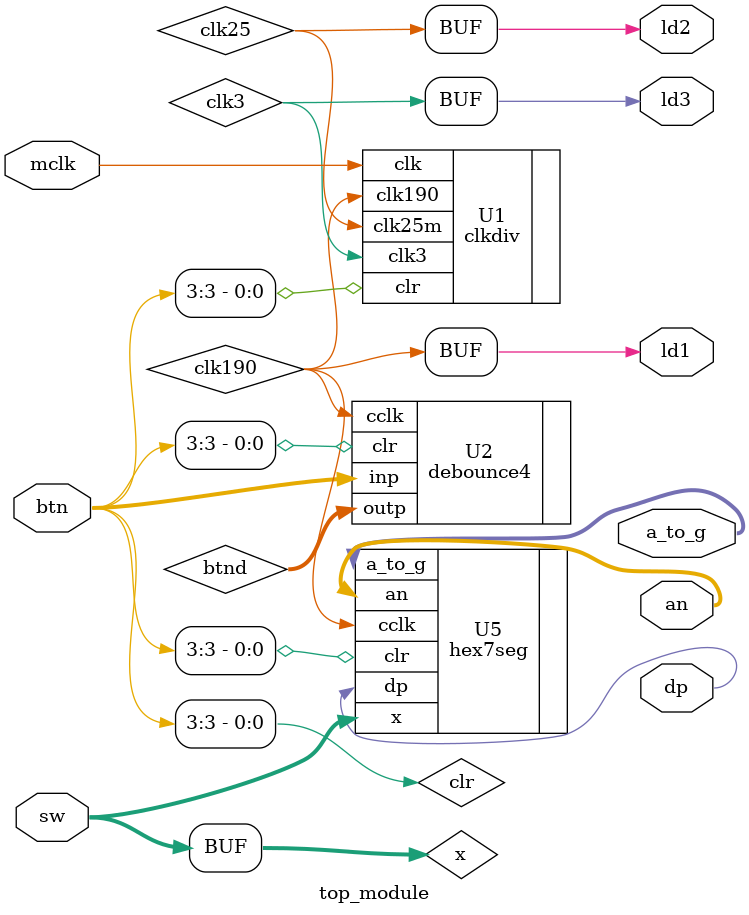
<source format=v>
`timescale 1ns / 1ps


module top_module(
        input wire mclk,
        input wire [3:0] btn,
        input wire [15:0] sw,
        output wire [6:0] a_to_g,
        output wire dp,
        output wire [7:0] an,
        output wire ld1,
        output wire ld2,
        output wire ld3
    );
    
    wire clk25, clk190, clk3, clr;
    wire [15:0] x;
    wire [3:0] btnd;
    
    assign clr = btn[3];
    assign x = {8'b00000000, sw};
    assign ld1 = clk190;
    assign ld2 = clk25;
    assign ld3 = clk3;
    
    clkdiv U1(.clk(mclk), .clr(clr), .clk190(clk190), .clk25m(clk25), .clk3(clk3) );
    debounce4 U2(.inp(btn), .cclk(clk190), .clr(clr), .outp(btnd) );
    hex7seg U5(.x(x), .cclk(clk190), .clr(clr), .a_to_g(a_to_g), .an(an), .dp(dp));
endmodule

</source>
